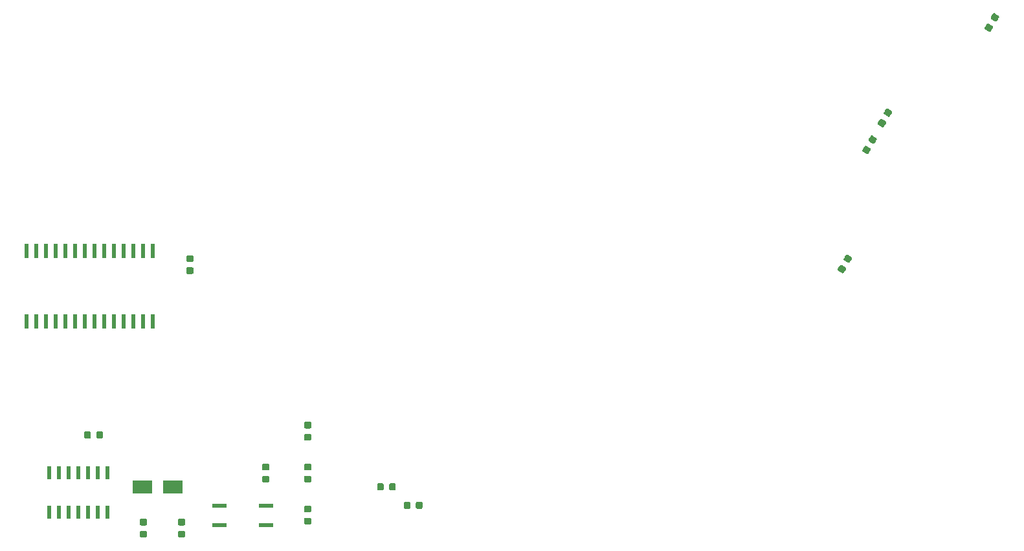
<source format=gbr>
G04 #@! TF.GenerationSoftware,KiCad,Pcbnew,(5.1.5-0-10_14)*
G04 #@! TF.CreationDate,2020-10-18T21:01:40-04:00*
G04 #@! TF.ProjectId,rainboard_newfighter,7261696e-626f-4617-9264-5f6e65776669,rev?*
G04 #@! TF.SameCoordinates,Original*
G04 #@! TF.FileFunction,Paste,Top*
G04 #@! TF.FilePolarity,Positive*
%FSLAX46Y46*%
G04 Gerber Fmt 4.6, Leading zero omitted, Abs format (unit mm)*
G04 Created by KiCad (PCBNEW (5.1.5-0-10_14)) date 2020-10-18 21:01:40*
%MOMM*%
%LPD*%
G04 APERTURE LIST*
%ADD10R,2.500000X1.800000*%
%ADD11C,0.100000*%
%ADD12R,1.930000X0.590000*%
%ADD13R,0.600000X1.900000*%
%ADD14R,0.533400X1.701800*%
G04 APERTURE END LIST*
D10*
X-37100000Y-115800000D03*
X-33100000Y-115800000D03*
D11*
G36*
X-5747309Y-115326053D02*
G01*
X-5726074Y-115329203D01*
X-5705250Y-115334419D01*
X-5685038Y-115341651D01*
X-5665632Y-115350830D01*
X-5647219Y-115361866D01*
X-5629976Y-115374654D01*
X-5614070Y-115389070D01*
X-5599654Y-115404976D01*
X-5586866Y-115422219D01*
X-5575830Y-115440632D01*
X-5566651Y-115460038D01*
X-5559419Y-115480250D01*
X-5554203Y-115501074D01*
X-5551053Y-115522309D01*
X-5550000Y-115543750D01*
X-5550000Y-116056250D01*
X-5551053Y-116077691D01*
X-5554203Y-116098926D01*
X-5559419Y-116119750D01*
X-5566651Y-116139962D01*
X-5575830Y-116159368D01*
X-5586866Y-116177781D01*
X-5599654Y-116195024D01*
X-5614070Y-116210930D01*
X-5629976Y-116225346D01*
X-5647219Y-116238134D01*
X-5665632Y-116249170D01*
X-5685038Y-116258349D01*
X-5705250Y-116265581D01*
X-5726074Y-116270797D01*
X-5747309Y-116273947D01*
X-5768750Y-116275000D01*
X-6206250Y-116275000D01*
X-6227691Y-116273947D01*
X-6248926Y-116270797D01*
X-6269750Y-116265581D01*
X-6289962Y-116258349D01*
X-6309368Y-116249170D01*
X-6327781Y-116238134D01*
X-6345024Y-116225346D01*
X-6360930Y-116210930D01*
X-6375346Y-116195024D01*
X-6388134Y-116177781D01*
X-6399170Y-116159368D01*
X-6408349Y-116139962D01*
X-6415581Y-116119750D01*
X-6420797Y-116098926D01*
X-6423947Y-116077691D01*
X-6425000Y-116056250D01*
X-6425000Y-115543750D01*
X-6423947Y-115522309D01*
X-6420797Y-115501074D01*
X-6415581Y-115480250D01*
X-6408349Y-115460038D01*
X-6399170Y-115440632D01*
X-6388134Y-115422219D01*
X-6375346Y-115404976D01*
X-6360930Y-115389070D01*
X-6345024Y-115374654D01*
X-6327781Y-115361866D01*
X-6309368Y-115350830D01*
X-6289962Y-115341651D01*
X-6269750Y-115334419D01*
X-6248926Y-115329203D01*
X-6227691Y-115326053D01*
X-6206250Y-115325000D01*
X-5768750Y-115325000D01*
X-5747309Y-115326053D01*
G37*
G36*
X-4172309Y-115326053D02*
G01*
X-4151074Y-115329203D01*
X-4130250Y-115334419D01*
X-4110038Y-115341651D01*
X-4090632Y-115350830D01*
X-4072219Y-115361866D01*
X-4054976Y-115374654D01*
X-4039070Y-115389070D01*
X-4024654Y-115404976D01*
X-4011866Y-115422219D01*
X-4000830Y-115440632D01*
X-3991651Y-115460038D01*
X-3984419Y-115480250D01*
X-3979203Y-115501074D01*
X-3976053Y-115522309D01*
X-3975000Y-115543750D01*
X-3975000Y-116056250D01*
X-3976053Y-116077691D01*
X-3979203Y-116098926D01*
X-3984419Y-116119750D01*
X-3991651Y-116139962D01*
X-4000830Y-116159368D01*
X-4011866Y-116177781D01*
X-4024654Y-116195024D01*
X-4039070Y-116210930D01*
X-4054976Y-116225346D01*
X-4072219Y-116238134D01*
X-4090632Y-116249170D01*
X-4110038Y-116258349D01*
X-4130250Y-116265581D01*
X-4151074Y-116270797D01*
X-4172309Y-116273947D01*
X-4193750Y-116275000D01*
X-4631250Y-116275000D01*
X-4652691Y-116273947D01*
X-4673926Y-116270797D01*
X-4694750Y-116265581D01*
X-4714962Y-116258349D01*
X-4734368Y-116249170D01*
X-4752781Y-116238134D01*
X-4770024Y-116225346D01*
X-4785930Y-116210930D01*
X-4800346Y-116195024D01*
X-4813134Y-116177781D01*
X-4824170Y-116159368D01*
X-4833349Y-116139962D01*
X-4840581Y-116119750D01*
X-4845797Y-116098926D01*
X-4848947Y-116077691D01*
X-4850000Y-116056250D01*
X-4850000Y-115543750D01*
X-4848947Y-115522309D01*
X-4845797Y-115501074D01*
X-4840581Y-115480250D01*
X-4833349Y-115460038D01*
X-4824170Y-115440632D01*
X-4813134Y-115422219D01*
X-4800346Y-115404976D01*
X-4785930Y-115389070D01*
X-4770024Y-115374654D01*
X-4752781Y-115361866D01*
X-4734368Y-115350830D01*
X-4714962Y-115341651D01*
X-4694750Y-115334419D01*
X-4673926Y-115329203D01*
X-4652691Y-115326053D01*
X-4631250Y-115325000D01*
X-4193750Y-115325000D01*
X-4172309Y-115326053D01*
G37*
G36*
X-2247309Y-117726053D02*
G01*
X-2226074Y-117729203D01*
X-2205250Y-117734419D01*
X-2185038Y-117741651D01*
X-2165632Y-117750830D01*
X-2147219Y-117761866D01*
X-2129976Y-117774654D01*
X-2114070Y-117789070D01*
X-2099654Y-117804976D01*
X-2086866Y-117822219D01*
X-2075830Y-117840632D01*
X-2066651Y-117860038D01*
X-2059419Y-117880250D01*
X-2054203Y-117901074D01*
X-2051053Y-117922309D01*
X-2050000Y-117943750D01*
X-2050000Y-118456250D01*
X-2051053Y-118477691D01*
X-2054203Y-118498926D01*
X-2059419Y-118519750D01*
X-2066651Y-118539962D01*
X-2075830Y-118559368D01*
X-2086866Y-118577781D01*
X-2099654Y-118595024D01*
X-2114070Y-118610930D01*
X-2129976Y-118625346D01*
X-2147219Y-118638134D01*
X-2165632Y-118649170D01*
X-2185038Y-118658349D01*
X-2205250Y-118665581D01*
X-2226074Y-118670797D01*
X-2247309Y-118673947D01*
X-2268750Y-118675000D01*
X-2706250Y-118675000D01*
X-2727691Y-118673947D01*
X-2748926Y-118670797D01*
X-2769750Y-118665581D01*
X-2789962Y-118658349D01*
X-2809368Y-118649170D01*
X-2827781Y-118638134D01*
X-2845024Y-118625346D01*
X-2860930Y-118610930D01*
X-2875346Y-118595024D01*
X-2888134Y-118577781D01*
X-2899170Y-118559368D01*
X-2908349Y-118539962D01*
X-2915581Y-118519750D01*
X-2920797Y-118498926D01*
X-2923947Y-118477691D01*
X-2925000Y-118456250D01*
X-2925000Y-117943750D01*
X-2923947Y-117922309D01*
X-2920797Y-117901074D01*
X-2915581Y-117880250D01*
X-2908349Y-117860038D01*
X-2899170Y-117840632D01*
X-2888134Y-117822219D01*
X-2875346Y-117804976D01*
X-2860930Y-117789070D01*
X-2845024Y-117774654D01*
X-2827781Y-117761866D01*
X-2809368Y-117750830D01*
X-2789962Y-117741651D01*
X-2769750Y-117734419D01*
X-2748926Y-117729203D01*
X-2727691Y-117726053D01*
X-2706250Y-117725000D01*
X-2268750Y-117725000D01*
X-2247309Y-117726053D01*
G37*
G36*
X-672309Y-117726053D02*
G01*
X-651074Y-117729203D01*
X-630250Y-117734419D01*
X-610038Y-117741651D01*
X-590632Y-117750830D01*
X-572219Y-117761866D01*
X-554976Y-117774654D01*
X-539070Y-117789070D01*
X-524654Y-117804976D01*
X-511866Y-117822219D01*
X-500830Y-117840632D01*
X-491651Y-117860038D01*
X-484419Y-117880250D01*
X-479203Y-117901074D01*
X-476053Y-117922309D01*
X-475000Y-117943750D01*
X-475000Y-118456250D01*
X-476053Y-118477691D01*
X-479203Y-118498926D01*
X-484419Y-118519750D01*
X-491651Y-118539962D01*
X-500830Y-118559368D01*
X-511866Y-118577781D01*
X-524654Y-118595024D01*
X-539070Y-118610930D01*
X-554976Y-118625346D01*
X-572219Y-118638134D01*
X-590632Y-118649170D01*
X-610038Y-118658349D01*
X-630250Y-118665581D01*
X-651074Y-118670797D01*
X-672309Y-118673947D01*
X-693750Y-118675000D01*
X-1131250Y-118675000D01*
X-1152691Y-118673947D01*
X-1173926Y-118670797D01*
X-1194750Y-118665581D01*
X-1214962Y-118658349D01*
X-1234368Y-118649170D01*
X-1252781Y-118638134D01*
X-1270024Y-118625346D01*
X-1285930Y-118610930D01*
X-1300346Y-118595024D01*
X-1313134Y-118577781D01*
X-1324170Y-118559368D01*
X-1333349Y-118539962D01*
X-1340581Y-118519750D01*
X-1345797Y-118498926D01*
X-1348947Y-118477691D01*
X-1350000Y-118456250D01*
X-1350000Y-117943750D01*
X-1348947Y-117922309D01*
X-1345797Y-117901074D01*
X-1340581Y-117880250D01*
X-1333349Y-117860038D01*
X-1324170Y-117840632D01*
X-1313134Y-117822219D01*
X-1300346Y-117804976D01*
X-1285930Y-117789070D01*
X-1270024Y-117774654D01*
X-1252781Y-117761866D01*
X-1234368Y-117750830D01*
X-1214962Y-117741651D01*
X-1194750Y-117734419D01*
X-1173926Y-117729203D01*
X-1152691Y-117726053D01*
X-1131250Y-117725000D01*
X-693750Y-117725000D01*
X-672309Y-117726053D01*
G37*
G36*
X-20722309Y-112776053D02*
G01*
X-20701074Y-112779203D01*
X-20680250Y-112784419D01*
X-20660038Y-112791651D01*
X-20640632Y-112800830D01*
X-20622219Y-112811866D01*
X-20604976Y-112824654D01*
X-20589070Y-112839070D01*
X-20574654Y-112854976D01*
X-20561866Y-112872219D01*
X-20550830Y-112890632D01*
X-20541651Y-112910038D01*
X-20534419Y-112930250D01*
X-20529203Y-112951074D01*
X-20526053Y-112972309D01*
X-20525000Y-112993750D01*
X-20525000Y-113431250D01*
X-20526053Y-113452691D01*
X-20529203Y-113473926D01*
X-20534419Y-113494750D01*
X-20541651Y-113514962D01*
X-20550830Y-113534368D01*
X-20561866Y-113552781D01*
X-20574654Y-113570024D01*
X-20589070Y-113585930D01*
X-20604976Y-113600346D01*
X-20622219Y-113613134D01*
X-20640632Y-113624170D01*
X-20660038Y-113633349D01*
X-20680250Y-113640581D01*
X-20701074Y-113645797D01*
X-20722309Y-113648947D01*
X-20743750Y-113650000D01*
X-21256250Y-113650000D01*
X-21277691Y-113648947D01*
X-21298926Y-113645797D01*
X-21319750Y-113640581D01*
X-21339962Y-113633349D01*
X-21359368Y-113624170D01*
X-21377781Y-113613134D01*
X-21395024Y-113600346D01*
X-21410930Y-113585930D01*
X-21425346Y-113570024D01*
X-21438134Y-113552781D01*
X-21449170Y-113534368D01*
X-21458349Y-113514962D01*
X-21465581Y-113494750D01*
X-21470797Y-113473926D01*
X-21473947Y-113452691D01*
X-21475000Y-113431250D01*
X-21475000Y-112993750D01*
X-21473947Y-112972309D01*
X-21470797Y-112951074D01*
X-21465581Y-112930250D01*
X-21458349Y-112910038D01*
X-21449170Y-112890632D01*
X-21438134Y-112872219D01*
X-21425346Y-112854976D01*
X-21410930Y-112839070D01*
X-21395024Y-112824654D01*
X-21377781Y-112811866D01*
X-21359368Y-112800830D01*
X-21339962Y-112791651D01*
X-21319750Y-112784419D01*
X-21298926Y-112779203D01*
X-21277691Y-112776053D01*
X-21256250Y-112775000D01*
X-20743750Y-112775000D01*
X-20722309Y-112776053D01*
G37*
G36*
X-20722309Y-114351053D02*
G01*
X-20701074Y-114354203D01*
X-20680250Y-114359419D01*
X-20660038Y-114366651D01*
X-20640632Y-114375830D01*
X-20622219Y-114386866D01*
X-20604976Y-114399654D01*
X-20589070Y-114414070D01*
X-20574654Y-114429976D01*
X-20561866Y-114447219D01*
X-20550830Y-114465632D01*
X-20541651Y-114485038D01*
X-20534419Y-114505250D01*
X-20529203Y-114526074D01*
X-20526053Y-114547309D01*
X-20525000Y-114568750D01*
X-20525000Y-115006250D01*
X-20526053Y-115027691D01*
X-20529203Y-115048926D01*
X-20534419Y-115069750D01*
X-20541651Y-115089962D01*
X-20550830Y-115109368D01*
X-20561866Y-115127781D01*
X-20574654Y-115145024D01*
X-20589070Y-115160930D01*
X-20604976Y-115175346D01*
X-20622219Y-115188134D01*
X-20640632Y-115199170D01*
X-20660038Y-115208349D01*
X-20680250Y-115215581D01*
X-20701074Y-115220797D01*
X-20722309Y-115223947D01*
X-20743750Y-115225000D01*
X-21256250Y-115225000D01*
X-21277691Y-115223947D01*
X-21298926Y-115220797D01*
X-21319750Y-115215581D01*
X-21339962Y-115208349D01*
X-21359368Y-115199170D01*
X-21377781Y-115188134D01*
X-21395024Y-115175346D01*
X-21410930Y-115160930D01*
X-21425346Y-115145024D01*
X-21438134Y-115127781D01*
X-21449170Y-115109368D01*
X-21458349Y-115089962D01*
X-21465581Y-115069750D01*
X-21470797Y-115048926D01*
X-21473947Y-115027691D01*
X-21475000Y-115006250D01*
X-21475000Y-114568750D01*
X-21473947Y-114547309D01*
X-21470797Y-114526074D01*
X-21465581Y-114505250D01*
X-21458349Y-114485038D01*
X-21449170Y-114465632D01*
X-21438134Y-114447219D01*
X-21425346Y-114429976D01*
X-21410930Y-114414070D01*
X-21395024Y-114399654D01*
X-21377781Y-114386866D01*
X-21359368Y-114375830D01*
X-21339962Y-114366651D01*
X-21319750Y-114359419D01*
X-21298926Y-114354203D01*
X-21277691Y-114351053D01*
X-21256250Y-114350000D01*
X-20743750Y-114350000D01*
X-20722309Y-114351053D01*
G37*
D12*
X-20960000Y-118230000D03*
X-20960000Y-120770000D03*
X-27040000Y-120770000D03*
X-27040000Y-118230000D03*
D11*
G36*
X-15222309Y-118276053D02*
G01*
X-15201074Y-118279203D01*
X-15180250Y-118284419D01*
X-15160038Y-118291651D01*
X-15140632Y-118300830D01*
X-15122219Y-118311866D01*
X-15104976Y-118324654D01*
X-15089070Y-118339070D01*
X-15074654Y-118354976D01*
X-15061866Y-118372219D01*
X-15050830Y-118390632D01*
X-15041651Y-118410038D01*
X-15034419Y-118430250D01*
X-15029203Y-118451074D01*
X-15026053Y-118472309D01*
X-15025000Y-118493750D01*
X-15025000Y-118931250D01*
X-15026053Y-118952691D01*
X-15029203Y-118973926D01*
X-15034419Y-118994750D01*
X-15041651Y-119014962D01*
X-15050830Y-119034368D01*
X-15061866Y-119052781D01*
X-15074654Y-119070024D01*
X-15089070Y-119085930D01*
X-15104976Y-119100346D01*
X-15122219Y-119113134D01*
X-15140632Y-119124170D01*
X-15160038Y-119133349D01*
X-15180250Y-119140581D01*
X-15201074Y-119145797D01*
X-15222309Y-119148947D01*
X-15243750Y-119150000D01*
X-15756250Y-119150000D01*
X-15777691Y-119148947D01*
X-15798926Y-119145797D01*
X-15819750Y-119140581D01*
X-15839962Y-119133349D01*
X-15859368Y-119124170D01*
X-15877781Y-119113134D01*
X-15895024Y-119100346D01*
X-15910930Y-119085930D01*
X-15925346Y-119070024D01*
X-15938134Y-119052781D01*
X-15949170Y-119034368D01*
X-15958349Y-119014962D01*
X-15965581Y-118994750D01*
X-15970797Y-118973926D01*
X-15973947Y-118952691D01*
X-15975000Y-118931250D01*
X-15975000Y-118493750D01*
X-15973947Y-118472309D01*
X-15970797Y-118451074D01*
X-15965581Y-118430250D01*
X-15958349Y-118410038D01*
X-15949170Y-118390632D01*
X-15938134Y-118372219D01*
X-15925346Y-118354976D01*
X-15910930Y-118339070D01*
X-15895024Y-118324654D01*
X-15877781Y-118311866D01*
X-15859368Y-118300830D01*
X-15839962Y-118291651D01*
X-15819750Y-118284419D01*
X-15798926Y-118279203D01*
X-15777691Y-118276053D01*
X-15756250Y-118275000D01*
X-15243750Y-118275000D01*
X-15222309Y-118276053D01*
G37*
G36*
X-15222309Y-119851053D02*
G01*
X-15201074Y-119854203D01*
X-15180250Y-119859419D01*
X-15160038Y-119866651D01*
X-15140632Y-119875830D01*
X-15122219Y-119886866D01*
X-15104976Y-119899654D01*
X-15089070Y-119914070D01*
X-15074654Y-119929976D01*
X-15061866Y-119947219D01*
X-15050830Y-119965632D01*
X-15041651Y-119985038D01*
X-15034419Y-120005250D01*
X-15029203Y-120026074D01*
X-15026053Y-120047309D01*
X-15025000Y-120068750D01*
X-15025000Y-120506250D01*
X-15026053Y-120527691D01*
X-15029203Y-120548926D01*
X-15034419Y-120569750D01*
X-15041651Y-120589962D01*
X-15050830Y-120609368D01*
X-15061866Y-120627781D01*
X-15074654Y-120645024D01*
X-15089070Y-120660930D01*
X-15104976Y-120675346D01*
X-15122219Y-120688134D01*
X-15140632Y-120699170D01*
X-15160038Y-120708349D01*
X-15180250Y-120715581D01*
X-15201074Y-120720797D01*
X-15222309Y-120723947D01*
X-15243750Y-120725000D01*
X-15756250Y-120725000D01*
X-15777691Y-120723947D01*
X-15798926Y-120720797D01*
X-15819750Y-120715581D01*
X-15839962Y-120708349D01*
X-15859368Y-120699170D01*
X-15877781Y-120688134D01*
X-15895024Y-120675346D01*
X-15910930Y-120660930D01*
X-15925346Y-120645024D01*
X-15938134Y-120627781D01*
X-15949170Y-120609368D01*
X-15958349Y-120589962D01*
X-15965581Y-120569750D01*
X-15970797Y-120548926D01*
X-15973947Y-120527691D01*
X-15975000Y-120506250D01*
X-15975000Y-120068750D01*
X-15973947Y-120047309D01*
X-15970797Y-120026074D01*
X-15965581Y-120005250D01*
X-15958349Y-119985038D01*
X-15949170Y-119965632D01*
X-15938134Y-119947219D01*
X-15925346Y-119929976D01*
X-15910930Y-119914070D01*
X-15895024Y-119899654D01*
X-15877781Y-119886866D01*
X-15859368Y-119875830D01*
X-15839962Y-119866651D01*
X-15819750Y-119859419D01*
X-15798926Y-119854203D01*
X-15777691Y-119851053D01*
X-15756250Y-119850000D01*
X-15243750Y-119850000D01*
X-15222309Y-119851053D01*
G37*
D13*
X-52255000Y-84895000D03*
X-50985000Y-84895000D03*
X-49715000Y-84895000D03*
X-48445000Y-84895000D03*
X-47175000Y-84895000D03*
X-45905000Y-84895000D03*
X-44635000Y-84895000D03*
X-43365000Y-84895000D03*
X-42095000Y-84895000D03*
X-40825000Y-84895000D03*
X-39555000Y-84895000D03*
X-38285000Y-84895000D03*
X-37015000Y-84895000D03*
X-35745000Y-84895000D03*
X-35745000Y-94105000D03*
X-37015000Y-94105000D03*
X-38285000Y-94105000D03*
X-39555000Y-94105000D03*
X-40825000Y-94105000D03*
X-42095000Y-94105000D03*
X-43365000Y-94105000D03*
X-44635000Y-94105000D03*
X-45905000Y-94105000D03*
X-47175000Y-94105000D03*
X-48445000Y-94105000D03*
X-49715000Y-94105000D03*
X-50985000Y-94105000D03*
X-52255000Y-94105000D03*
D11*
G36*
X-15222309Y-114351053D02*
G01*
X-15201074Y-114354203D01*
X-15180250Y-114359419D01*
X-15160038Y-114366651D01*
X-15140632Y-114375830D01*
X-15122219Y-114386866D01*
X-15104976Y-114399654D01*
X-15089070Y-114414070D01*
X-15074654Y-114429976D01*
X-15061866Y-114447219D01*
X-15050830Y-114465632D01*
X-15041651Y-114485038D01*
X-15034419Y-114505250D01*
X-15029203Y-114526074D01*
X-15026053Y-114547309D01*
X-15025000Y-114568750D01*
X-15025000Y-115006250D01*
X-15026053Y-115027691D01*
X-15029203Y-115048926D01*
X-15034419Y-115069750D01*
X-15041651Y-115089962D01*
X-15050830Y-115109368D01*
X-15061866Y-115127781D01*
X-15074654Y-115145024D01*
X-15089070Y-115160930D01*
X-15104976Y-115175346D01*
X-15122219Y-115188134D01*
X-15140632Y-115199170D01*
X-15160038Y-115208349D01*
X-15180250Y-115215581D01*
X-15201074Y-115220797D01*
X-15222309Y-115223947D01*
X-15243750Y-115225000D01*
X-15756250Y-115225000D01*
X-15777691Y-115223947D01*
X-15798926Y-115220797D01*
X-15819750Y-115215581D01*
X-15839962Y-115208349D01*
X-15859368Y-115199170D01*
X-15877781Y-115188134D01*
X-15895024Y-115175346D01*
X-15910930Y-115160930D01*
X-15925346Y-115145024D01*
X-15938134Y-115127781D01*
X-15949170Y-115109368D01*
X-15958349Y-115089962D01*
X-15965581Y-115069750D01*
X-15970797Y-115048926D01*
X-15973947Y-115027691D01*
X-15975000Y-115006250D01*
X-15975000Y-114568750D01*
X-15973947Y-114547309D01*
X-15970797Y-114526074D01*
X-15965581Y-114505250D01*
X-15958349Y-114485038D01*
X-15949170Y-114465632D01*
X-15938134Y-114447219D01*
X-15925346Y-114429976D01*
X-15910930Y-114414070D01*
X-15895024Y-114399654D01*
X-15877781Y-114386866D01*
X-15859368Y-114375830D01*
X-15839962Y-114366651D01*
X-15819750Y-114359419D01*
X-15798926Y-114354203D01*
X-15777691Y-114351053D01*
X-15756250Y-114350000D01*
X-15243750Y-114350000D01*
X-15222309Y-114351053D01*
G37*
G36*
X-15222309Y-112776053D02*
G01*
X-15201074Y-112779203D01*
X-15180250Y-112784419D01*
X-15160038Y-112791651D01*
X-15140632Y-112800830D01*
X-15122219Y-112811866D01*
X-15104976Y-112824654D01*
X-15089070Y-112839070D01*
X-15074654Y-112854976D01*
X-15061866Y-112872219D01*
X-15050830Y-112890632D01*
X-15041651Y-112910038D01*
X-15034419Y-112930250D01*
X-15029203Y-112951074D01*
X-15026053Y-112972309D01*
X-15025000Y-112993750D01*
X-15025000Y-113431250D01*
X-15026053Y-113452691D01*
X-15029203Y-113473926D01*
X-15034419Y-113494750D01*
X-15041651Y-113514962D01*
X-15050830Y-113534368D01*
X-15061866Y-113552781D01*
X-15074654Y-113570024D01*
X-15089070Y-113585930D01*
X-15104976Y-113600346D01*
X-15122219Y-113613134D01*
X-15140632Y-113624170D01*
X-15160038Y-113633349D01*
X-15180250Y-113640581D01*
X-15201074Y-113645797D01*
X-15222309Y-113648947D01*
X-15243750Y-113650000D01*
X-15756250Y-113650000D01*
X-15777691Y-113648947D01*
X-15798926Y-113645797D01*
X-15819750Y-113640581D01*
X-15839962Y-113633349D01*
X-15859368Y-113624170D01*
X-15877781Y-113613134D01*
X-15895024Y-113600346D01*
X-15910930Y-113585930D01*
X-15925346Y-113570024D01*
X-15938134Y-113552781D01*
X-15949170Y-113534368D01*
X-15958349Y-113514962D01*
X-15965581Y-113494750D01*
X-15970797Y-113473926D01*
X-15973947Y-113452691D01*
X-15975000Y-113431250D01*
X-15975000Y-112993750D01*
X-15973947Y-112972309D01*
X-15970797Y-112951074D01*
X-15965581Y-112930250D01*
X-15958349Y-112910038D01*
X-15949170Y-112890632D01*
X-15938134Y-112872219D01*
X-15925346Y-112854976D01*
X-15910930Y-112839070D01*
X-15895024Y-112824654D01*
X-15877781Y-112811866D01*
X-15859368Y-112800830D01*
X-15839962Y-112791651D01*
X-15819750Y-112784419D01*
X-15798926Y-112779203D01*
X-15777691Y-112776053D01*
X-15756250Y-112775000D01*
X-15243750Y-112775000D01*
X-15222309Y-112776053D01*
G37*
D14*
X-41690000Y-119090800D03*
X-42960000Y-119090800D03*
X-44230000Y-119090800D03*
X-45500000Y-119090800D03*
X-46770000Y-119090800D03*
X-48040000Y-119090800D03*
X-49310000Y-119090800D03*
X-49310000Y-113909200D03*
X-48040000Y-113909200D03*
X-46770000Y-113909200D03*
X-45500000Y-113909200D03*
X-44230000Y-113909200D03*
X-42960000Y-113909200D03*
X-41690000Y-113909200D03*
D11*
G36*
X-36722309Y-119976053D02*
G01*
X-36701074Y-119979203D01*
X-36680250Y-119984419D01*
X-36660038Y-119991651D01*
X-36640632Y-120000830D01*
X-36622219Y-120011866D01*
X-36604976Y-120024654D01*
X-36589070Y-120039070D01*
X-36574654Y-120054976D01*
X-36561866Y-120072219D01*
X-36550830Y-120090632D01*
X-36541651Y-120110038D01*
X-36534419Y-120130250D01*
X-36529203Y-120151074D01*
X-36526053Y-120172309D01*
X-36525000Y-120193750D01*
X-36525000Y-120631250D01*
X-36526053Y-120652691D01*
X-36529203Y-120673926D01*
X-36534419Y-120694750D01*
X-36541651Y-120714962D01*
X-36550830Y-120734368D01*
X-36561866Y-120752781D01*
X-36574654Y-120770024D01*
X-36589070Y-120785930D01*
X-36604976Y-120800346D01*
X-36622219Y-120813134D01*
X-36640632Y-120824170D01*
X-36660038Y-120833349D01*
X-36680250Y-120840581D01*
X-36701074Y-120845797D01*
X-36722309Y-120848947D01*
X-36743750Y-120850000D01*
X-37256250Y-120850000D01*
X-37277691Y-120848947D01*
X-37298926Y-120845797D01*
X-37319750Y-120840581D01*
X-37339962Y-120833349D01*
X-37359368Y-120824170D01*
X-37377781Y-120813134D01*
X-37395024Y-120800346D01*
X-37410930Y-120785930D01*
X-37425346Y-120770024D01*
X-37438134Y-120752781D01*
X-37449170Y-120734368D01*
X-37458349Y-120714962D01*
X-37465581Y-120694750D01*
X-37470797Y-120673926D01*
X-37473947Y-120652691D01*
X-37475000Y-120631250D01*
X-37475000Y-120193750D01*
X-37473947Y-120172309D01*
X-37470797Y-120151074D01*
X-37465581Y-120130250D01*
X-37458349Y-120110038D01*
X-37449170Y-120090632D01*
X-37438134Y-120072219D01*
X-37425346Y-120054976D01*
X-37410930Y-120039070D01*
X-37395024Y-120024654D01*
X-37377781Y-120011866D01*
X-37359368Y-120000830D01*
X-37339962Y-119991651D01*
X-37319750Y-119984419D01*
X-37298926Y-119979203D01*
X-37277691Y-119976053D01*
X-37256250Y-119975000D01*
X-36743750Y-119975000D01*
X-36722309Y-119976053D01*
G37*
G36*
X-36722309Y-121551053D02*
G01*
X-36701074Y-121554203D01*
X-36680250Y-121559419D01*
X-36660038Y-121566651D01*
X-36640632Y-121575830D01*
X-36622219Y-121586866D01*
X-36604976Y-121599654D01*
X-36589070Y-121614070D01*
X-36574654Y-121629976D01*
X-36561866Y-121647219D01*
X-36550830Y-121665632D01*
X-36541651Y-121685038D01*
X-36534419Y-121705250D01*
X-36529203Y-121726074D01*
X-36526053Y-121747309D01*
X-36525000Y-121768750D01*
X-36525000Y-122206250D01*
X-36526053Y-122227691D01*
X-36529203Y-122248926D01*
X-36534419Y-122269750D01*
X-36541651Y-122289962D01*
X-36550830Y-122309368D01*
X-36561866Y-122327781D01*
X-36574654Y-122345024D01*
X-36589070Y-122360930D01*
X-36604976Y-122375346D01*
X-36622219Y-122388134D01*
X-36640632Y-122399170D01*
X-36660038Y-122408349D01*
X-36680250Y-122415581D01*
X-36701074Y-122420797D01*
X-36722309Y-122423947D01*
X-36743750Y-122425000D01*
X-37256250Y-122425000D01*
X-37277691Y-122423947D01*
X-37298926Y-122420797D01*
X-37319750Y-122415581D01*
X-37339962Y-122408349D01*
X-37359368Y-122399170D01*
X-37377781Y-122388134D01*
X-37395024Y-122375346D01*
X-37410930Y-122360930D01*
X-37425346Y-122345024D01*
X-37438134Y-122327781D01*
X-37449170Y-122309368D01*
X-37458349Y-122289962D01*
X-37465581Y-122269750D01*
X-37470797Y-122248926D01*
X-37473947Y-122227691D01*
X-37475000Y-122206250D01*
X-37475000Y-121768750D01*
X-37473947Y-121747309D01*
X-37470797Y-121726074D01*
X-37465581Y-121705250D01*
X-37458349Y-121685038D01*
X-37449170Y-121665632D01*
X-37438134Y-121647219D01*
X-37425346Y-121629976D01*
X-37410930Y-121614070D01*
X-37395024Y-121599654D01*
X-37377781Y-121586866D01*
X-37359368Y-121575830D01*
X-37339962Y-121566651D01*
X-37319750Y-121559419D01*
X-37298926Y-121554203D01*
X-37277691Y-121551053D01*
X-37256250Y-121550000D01*
X-36743750Y-121550000D01*
X-36722309Y-121551053D01*
G37*
G36*
X-44047309Y-108526053D02*
G01*
X-44026074Y-108529203D01*
X-44005250Y-108534419D01*
X-43985038Y-108541651D01*
X-43965632Y-108550830D01*
X-43947219Y-108561866D01*
X-43929976Y-108574654D01*
X-43914070Y-108589070D01*
X-43899654Y-108604976D01*
X-43886866Y-108622219D01*
X-43875830Y-108640632D01*
X-43866651Y-108660038D01*
X-43859419Y-108680250D01*
X-43854203Y-108701074D01*
X-43851053Y-108722309D01*
X-43850000Y-108743750D01*
X-43850000Y-109256250D01*
X-43851053Y-109277691D01*
X-43854203Y-109298926D01*
X-43859419Y-109319750D01*
X-43866651Y-109339962D01*
X-43875830Y-109359368D01*
X-43886866Y-109377781D01*
X-43899654Y-109395024D01*
X-43914070Y-109410930D01*
X-43929976Y-109425346D01*
X-43947219Y-109438134D01*
X-43965632Y-109449170D01*
X-43985038Y-109458349D01*
X-44005250Y-109465581D01*
X-44026074Y-109470797D01*
X-44047309Y-109473947D01*
X-44068750Y-109475000D01*
X-44506250Y-109475000D01*
X-44527691Y-109473947D01*
X-44548926Y-109470797D01*
X-44569750Y-109465581D01*
X-44589962Y-109458349D01*
X-44609368Y-109449170D01*
X-44627781Y-109438134D01*
X-44645024Y-109425346D01*
X-44660930Y-109410930D01*
X-44675346Y-109395024D01*
X-44688134Y-109377781D01*
X-44699170Y-109359368D01*
X-44708349Y-109339962D01*
X-44715581Y-109319750D01*
X-44720797Y-109298926D01*
X-44723947Y-109277691D01*
X-44725000Y-109256250D01*
X-44725000Y-108743750D01*
X-44723947Y-108722309D01*
X-44720797Y-108701074D01*
X-44715581Y-108680250D01*
X-44708349Y-108660038D01*
X-44699170Y-108640632D01*
X-44688134Y-108622219D01*
X-44675346Y-108604976D01*
X-44660930Y-108589070D01*
X-44645024Y-108574654D01*
X-44627781Y-108561866D01*
X-44609368Y-108550830D01*
X-44589962Y-108541651D01*
X-44569750Y-108534419D01*
X-44548926Y-108529203D01*
X-44527691Y-108526053D01*
X-44506250Y-108525000D01*
X-44068750Y-108525000D01*
X-44047309Y-108526053D01*
G37*
G36*
X-42472309Y-108526053D02*
G01*
X-42451074Y-108529203D01*
X-42430250Y-108534419D01*
X-42410038Y-108541651D01*
X-42390632Y-108550830D01*
X-42372219Y-108561866D01*
X-42354976Y-108574654D01*
X-42339070Y-108589070D01*
X-42324654Y-108604976D01*
X-42311866Y-108622219D01*
X-42300830Y-108640632D01*
X-42291651Y-108660038D01*
X-42284419Y-108680250D01*
X-42279203Y-108701074D01*
X-42276053Y-108722309D01*
X-42275000Y-108743750D01*
X-42275000Y-109256250D01*
X-42276053Y-109277691D01*
X-42279203Y-109298926D01*
X-42284419Y-109319750D01*
X-42291651Y-109339962D01*
X-42300830Y-109359368D01*
X-42311866Y-109377781D01*
X-42324654Y-109395024D01*
X-42339070Y-109410930D01*
X-42354976Y-109425346D01*
X-42372219Y-109438134D01*
X-42390632Y-109449170D01*
X-42410038Y-109458349D01*
X-42430250Y-109465581D01*
X-42451074Y-109470797D01*
X-42472309Y-109473947D01*
X-42493750Y-109475000D01*
X-42931250Y-109475000D01*
X-42952691Y-109473947D01*
X-42973926Y-109470797D01*
X-42994750Y-109465581D01*
X-43014962Y-109458349D01*
X-43034368Y-109449170D01*
X-43052781Y-109438134D01*
X-43070024Y-109425346D01*
X-43085930Y-109410930D01*
X-43100346Y-109395024D01*
X-43113134Y-109377781D01*
X-43124170Y-109359368D01*
X-43133349Y-109339962D01*
X-43140581Y-109319750D01*
X-43145797Y-109298926D01*
X-43148947Y-109277691D01*
X-43150000Y-109256250D01*
X-43150000Y-108743750D01*
X-43148947Y-108722309D01*
X-43145797Y-108701074D01*
X-43140581Y-108680250D01*
X-43133349Y-108660038D01*
X-43124170Y-108640632D01*
X-43113134Y-108622219D01*
X-43100346Y-108604976D01*
X-43085930Y-108589070D01*
X-43070024Y-108574654D01*
X-43052781Y-108561866D01*
X-43034368Y-108550830D01*
X-43014962Y-108541651D01*
X-42994750Y-108534419D01*
X-42973926Y-108529203D01*
X-42952691Y-108526053D01*
X-42931250Y-108525000D01*
X-42493750Y-108525000D01*
X-42472309Y-108526053D01*
G37*
G36*
X-31722309Y-119976053D02*
G01*
X-31701074Y-119979203D01*
X-31680250Y-119984419D01*
X-31660038Y-119991651D01*
X-31640632Y-120000830D01*
X-31622219Y-120011866D01*
X-31604976Y-120024654D01*
X-31589070Y-120039070D01*
X-31574654Y-120054976D01*
X-31561866Y-120072219D01*
X-31550830Y-120090632D01*
X-31541651Y-120110038D01*
X-31534419Y-120130250D01*
X-31529203Y-120151074D01*
X-31526053Y-120172309D01*
X-31525000Y-120193750D01*
X-31525000Y-120631250D01*
X-31526053Y-120652691D01*
X-31529203Y-120673926D01*
X-31534419Y-120694750D01*
X-31541651Y-120714962D01*
X-31550830Y-120734368D01*
X-31561866Y-120752781D01*
X-31574654Y-120770024D01*
X-31589070Y-120785930D01*
X-31604976Y-120800346D01*
X-31622219Y-120813134D01*
X-31640632Y-120824170D01*
X-31660038Y-120833349D01*
X-31680250Y-120840581D01*
X-31701074Y-120845797D01*
X-31722309Y-120848947D01*
X-31743750Y-120850000D01*
X-32256250Y-120850000D01*
X-32277691Y-120848947D01*
X-32298926Y-120845797D01*
X-32319750Y-120840581D01*
X-32339962Y-120833349D01*
X-32359368Y-120824170D01*
X-32377781Y-120813134D01*
X-32395024Y-120800346D01*
X-32410930Y-120785930D01*
X-32425346Y-120770024D01*
X-32438134Y-120752781D01*
X-32449170Y-120734368D01*
X-32458349Y-120714962D01*
X-32465581Y-120694750D01*
X-32470797Y-120673926D01*
X-32473947Y-120652691D01*
X-32475000Y-120631250D01*
X-32475000Y-120193750D01*
X-32473947Y-120172309D01*
X-32470797Y-120151074D01*
X-32465581Y-120130250D01*
X-32458349Y-120110038D01*
X-32449170Y-120090632D01*
X-32438134Y-120072219D01*
X-32425346Y-120054976D01*
X-32410930Y-120039070D01*
X-32395024Y-120024654D01*
X-32377781Y-120011866D01*
X-32359368Y-120000830D01*
X-32339962Y-119991651D01*
X-32319750Y-119984419D01*
X-32298926Y-119979203D01*
X-32277691Y-119976053D01*
X-32256250Y-119975000D01*
X-31743750Y-119975000D01*
X-31722309Y-119976053D01*
G37*
G36*
X-31722309Y-121551053D02*
G01*
X-31701074Y-121554203D01*
X-31680250Y-121559419D01*
X-31660038Y-121566651D01*
X-31640632Y-121575830D01*
X-31622219Y-121586866D01*
X-31604976Y-121599654D01*
X-31589070Y-121614070D01*
X-31574654Y-121629976D01*
X-31561866Y-121647219D01*
X-31550830Y-121665632D01*
X-31541651Y-121685038D01*
X-31534419Y-121705250D01*
X-31529203Y-121726074D01*
X-31526053Y-121747309D01*
X-31525000Y-121768750D01*
X-31525000Y-122206250D01*
X-31526053Y-122227691D01*
X-31529203Y-122248926D01*
X-31534419Y-122269750D01*
X-31541651Y-122289962D01*
X-31550830Y-122309368D01*
X-31561866Y-122327781D01*
X-31574654Y-122345024D01*
X-31589070Y-122360930D01*
X-31604976Y-122375346D01*
X-31622219Y-122388134D01*
X-31640632Y-122399170D01*
X-31660038Y-122408349D01*
X-31680250Y-122415581D01*
X-31701074Y-122420797D01*
X-31722309Y-122423947D01*
X-31743750Y-122425000D01*
X-32256250Y-122425000D01*
X-32277691Y-122423947D01*
X-32298926Y-122420797D01*
X-32319750Y-122415581D01*
X-32339962Y-122408349D01*
X-32359368Y-122399170D01*
X-32377781Y-122388134D01*
X-32395024Y-122375346D01*
X-32410930Y-122360930D01*
X-32425346Y-122345024D01*
X-32438134Y-122327781D01*
X-32449170Y-122309368D01*
X-32458349Y-122289962D01*
X-32465581Y-122269750D01*
X-32470797Y-122248926D01*
X-32473947Y-122227691D01*
X-32475000Y-122206250D01*
X-32475000Y-121768750D01*
X-32473947Y-121747309D01*
X-32470797Y-121726074D01*
X-32465581Y-121705250D01*
X-32458349Y-121685038D01*
X-32449170Y-121665632D01*
X-32438134Y-121647219D01*
X-32425346Y-121629976D01*
X-32410930Y-121614070D01*
X-32395024Y-121599654D01*
X-32377781Y-121586866D01*
X-32359368Y-121575830D01*
X-32339962Y-121566651D01*
X-32319750Y-121559419D01*
X-32298926Y-121554203D01*
X-32277691Y-121551053D01*
X-32256250Y-121550000D01*
X-31743750Y-121550000D01*
X-31722309Y-121551053D01*
G37*
G36*
X57522259Y-71147548D02*
G01*
X57543379Y-71151391D01*
X57564021Y-71157286D01*
X57583986Y-71165176D01*
X57603081Y-71174984D01*
X58046919Y-71431234D01*
X58064961Y-71442867D01*
X58081776Y-71456212D01*
X58097202Y-71471141D01*
X58111090Y-71487510D01*
X58123307Y-71505162D01*
X58133735Y-71523926D01*
X58142273Y-71543622D01*
X58148840Y-71564060D01*
X58153372Y-71585044D01*
X58155826Y-71606370D01*
X58156177Y-71627834D01*
X58154423Y-71649230D01*
X58150580Y-71670350D01*
X58144685Y-71690992D01*
X58136795Y-71710957D01*
X58126987Y-71730052D01*
X57908237Y-72108938D01*
X57896604Y-72126980D01*
X57883259Y-72143795D01*
X57868330Y-72159221D01*
X57851961Y-72173109D01*
X57834309Y-72185326D01*
X57815545Y-72195754D01*
X57795849Y-72204292D01*
X57775411Y-72210859D01*
X57754427Y-72215391D01*
X57733101Y-72217845D01*
X57711637Y-72218196D01*
X57690241Y-72216442D01*
X57669121Y-72212599D01*
X57648479Y-72206704D01*
X57628514Y-72198814D01*
X57609419Y-72189006D01*
X57165581Y-71932756D01*
X57147539Y-71921123D01*
X57130724Y-71907778D01*
X57115298Y-71892849D01*
X57101410Y-71876480D01*
X57089193Y-71858828D01*
X57078765Y-71840064D01*
X57070227Y-71820368D01*
X57063660Y-71799930D01*
X57059128Y-71778946D01*
X57056674Y-71757620D01*
X57056323Y-71736156D01*
X57058077Y-71714760D01*
X57061920Y-71693640D01*
X57067815Y-71672998D01*
X57075705Y-71653033D01*
X57085513Y-71633938D01*
X57304263Y-71255052D01*
X57315896Y-71237010D01*
X57329241Y-71220195D01*
X57344170Y-71204769D01*
X57360539Y-71190881D01*
X57378191Y-71178664D01*
X57396955Y-71168236D01*
X57416651Y-71159698D01*
X57437089Y-71153131D01*
X57458073Y-71148599D01*
X57479399Y-71146145D01*
X57500863Y-71145794D01*
X57522259Y-71147548D01*
G37*
G36*
X58309759Y-69783558D02*
G01*
X58330879Y-69787401D01*
X58351521Y-69793296D01*
X58371486Y-69801186D01*
X58390581Y-69810994D01*
X58834419Y-70067244D01*
X58852461Y-70078877D01*
X58869276Y-70092222D01*
X58884702Y-70107151D01*
X58898590Y-70123520D01*
X58910807Y-70141172D01*
X58921235Y-70159936D01*
X58929773Y-70179632D01*
X58936340Y-70200070D01*
X58940872Y-70221054D01*
X58943326Y-70242380D01*
X58943677Y-70263844D01*
X58941923Y-70285240D01*
X58938080Y-70306360D01*
X58932185Y-70327002D01*
X58924295Y-70346967D01*
X58914487Y-70366062D01*
X58695737Y-70744948D01*
X58684104Y-70762990D01*
X58670759Y-70779805D01*
X58655830Y-70795231D01*
X58639461Y-70809119D01*
X58621809Y-70821336D01*
X58603045Y-70831764D01*
X58583349Y-70840302D01*
X58562911Y-70846869D01*
X58541927Y-70851401D01*
X58520601Y-70853855D01*
X58499137Y-70854206D01*
X58477741Y-70852452D01*
X58456621Y-70848609D01*
X58435979Y-70842714D01*
X58416014Y-70834824D01*
X58396919Y-70825016D01*
X57953081Y-70568766D01*
X57935039Y-70557133D01*
X57918224Y-70543788D01*
X57902798Y-70528859D01*
X57888910Y-70512490D01*
X57876693Y-70494838D01*
X57866265Y-70476074D01*
X57857727Y-70456378D01*
X57851160Y-70435940D01*
X57846628Y-70414956D01*
X57844174Y-70393630D01*
X57843823Y-70372166D01*
X57845577Y-70350770D01*
X57849420Y-70329650D01*
X57855315Y-70309008D01*
X57863205Y-70289043D01*
X57873013Y-70269948D01*
X58091763Y-69891062D01*
X58103396Y-69873020D01*
X58116741Y-69856205D01*
X58131670Y-69840779D01*
X58148039Y-69826891D01*
X58165691Y-69814674D01*
X58184455Y-69804246D01*
X58204151Y-69795708D01*
X58224589Y-69789141D01*
X58245573Y-69784609D01*
X58266899Y-69782155D01*
X58288363Y-69781804D01*
X58309759Y-69783558D01*
G37*
G36*
X60309759Y-66283558D02*
G01*
X60330879Y-66287401D01*
X60351521Y-66293296D01*
X60371486Y-66301186D01*
X60390581Y-66310994D01*
X60834419Y-66567244D01*
X60852461Y-66578877D01*
X60869276Y-66592222D01*
X60884702Y-66607151D01*
X60898590Y-66623520D01*
X60910807Y-66641172D01*
X60921235Y-66659936D01*
X60929773Y-66679632D01*
X60936340Y-66700070D01*
X60940872Y-66721054D01*
X60943326Y-66742380D01*
X60943677Y-66763844D01*
X60941923Y-66785240D01*
X60938080Y-66806360D01*
X60932185Y-66827002D01*
X60924295Y-66846967D01*
X60914487Y-66866062D01*
X60695737Y-67244948D01*
X60684104Y-67262990D01*
X60670759Y-67279805D01*
X60655830Y-67295231D01*
X60639461Y-67309119D01*
X60621809Y-67321336D01*
X60603045Y-67331764D01*
X60583349Y-67340302D01*
X60562911Y-67346869D01*
X60541927Y-67351401D01*
X60520601Y-67353855D01*
X60499137Y-67354206D01*
X60477741Y-67352452D01*
X60456621Y-67348609D01*
X60435979Y-67342714D01*
X60416014Y-67334824D01*
X60396919Y-67325016D01*
X59953081Y-67068766D01*
X59935039Y-67057133D01*
X59918224Y-67043788D01*
X59902798Y-67028859D01*
X59888910Y-67012490D01*
X59876693Y-66994838D01*
X59866265Y-66976074D01*
X59857727Y-66956378D01*
X59851160Y-66935940D01*
X59846628Y-66914956D01*
X59844174Y-66893630D01*
X59843823Y-66872166D01*
X59845577Y-66850770D01*
X59849420Y-66829650D01*
X59855315Y-66809008D01*
X59863205Y-66789043D01*
X59873013Y-66769948D01*
X60091763Y-66391062D01*
X60103396Y-66373020D01*
X60116741Y-66356205D01*
X60131670Y-66340779D01*
X60148039Y-66326891D01*
X60165691Y-66314674D01*
X60184455Y-66304246D01*
X60204151Y-66295708D01*
X60224589Y-66289141D01*
X60245573Y-66284609D01*
X60266899Y-66282155D01*
X60288363Y-66281804D01*
X60309759Y-66283558D01*
G37*
G36*
X59522259Y-67647548D02*
G01*
X59543379Y-67651391D01*
X59564021Y-67657286D01*
X59583986Y-67665176D01*
X59603081Y-67674984D01*
X60046919Y-67931234D01*
X60064961Y-67942867D01*
X60081776Y-67956212D01*
X60097202Y-67971141D01*
X60111090Y-67987510D01*
X60123307Y-68005162D01*
X60133735Y-68023926D01*
X60142273Y-68043622D01*
X60148840Y-68064060D01*
X60153372Y-68085044D01*
X60155826Y-68106370D01*
X60156177Y-68127834D01*
X60154423Y-68149230D01*
X60150580Y-68170350D01*
X60144685Y-68190992D01*
X60136795Y-68210957D01*
X60126987Y-68230052D01*
X59908237Y-68608938D01*
X59896604Y-68626980D01*
X59883259Y-68643795D01*
X59868330Y-68659221D01*
X59851961Y-68673109D01*
X59834309Y-68685326D01*
X59815545Y-68695754D01*
X59795849Y-68704292D01*
X59775411Y-68710859D01*
X59754427Y-68715391D01*
X59733101Y-68717845D01*
X59711637Y-68718196D01*
X59690241Y-68716442D01*
X59669121Y-68712599D01*
X59648479Y-68706704D01*
X59628514Y-68698814D01*
X59609419Y-68689006D01*
X59165581Y-68432756D01*
X59147539Y-68421123D01*
X59130724Y-68407778D01*
X59115298Y-68392849D01*
X59101410Y-68376480D01*
X59089193Y-68358828D01*
X59078765Y-68340064D01*
X59070227Y-68320368D01*
X59063660Y-68299930D01*
X59059128Y-68278946D01*
X59056674Y-68257620D01*
X59056323Y-68236156D01*
X59058077Y-68214760D01*
X59061920Y-68193640D01*
X59067815Y-68172998D01*
X59075705Y-68153033D01*
X59085513Y-68133938D01*
X59304263Y-67755052D01*
X59315896Y-67737010D01*
X59329241Y-67720195D01*
X59344170Y-67704769D01*
X59360539Y-67690881D01*
X59378191Y-67678664D01*
X59396955Y-67668236D01*
X59416651Y-67659698D01*
X59437089Y-67653131D01*
X59458073Y-67648599D01*
X59479399Y-67646145D01*
X59500863Y-67645794D01*
X59522259Y-67647548D01*
G37*
G36*
X54284659Y-86761548D02*
G01*
X54305779Y-86765391D01*
X54326421Y-86771286D01*
X54346386Y-86779176D01*
X54365481Y-86788984D01*
X54809319Y-87045234D01*
X54827361Y-87056867D01*
X54844176Y-87070212D01*
X54859602Y-87085141D01*
X54873490Y-87101510D01*
X54885707Y-87119162D01*
X54896135Y-87137926D01*
X54904673Y-87157622D01*
X54911240Y-87178060D01*
X54915772Y-87199044D01*
X54918226Y-87220370D01*
X54918577Y-87241834D01*
X54916823Y-87263230D01*
X54912980Y-87284350D01*
X54907085Y-87304992D01*
X54899195Y-87324957D01*
X54889387Y-87344052D01*
X54670637Y-87722938D01*
X54659004Y-87740980D01*
X54645659Y-87757795D01*
X54630730Y-87773221D01*
X54614361Y-87787109D01*
X54596709Y-87799326D01*
X54577945Y-87809754D01*
X54558249Y-87818292D01*
X54537811Y-87824859D01*
X54516827Y-87829391D01*
X54495501Y-87831845D01*
X54474037Y-87832196D01*
X54452641Y-87830442D01*
X54431521Y-87826599D01*
X54410879Y-87820704D01*
X54390914Y-87812814D01*
X54371819Y-87803006D01*
X53927981Y-87546756D01*
X53909939Y-87535123D01*
X53893124Y-87521778D01*
X53877698Y-87506849D01*
X53863810Y-87490480D01*
X53851593Y-87472828D01*
X53841165Y-87454064D01*
X53832627Y-87434368D01*
X53826060Y-87413930D01*
X53821528Y-87392946D01*
X53819074Y-87371620D01*
X53818723Y-87350156D01*
X53820477Y-87328760D01*
X53824320Y-87307640D01*
X53830215Y-87286998D01*
X53838105Y-87267033D01*
X53847913Y-87247938D01*
X54066663Y-86869052D01*
X54078296Y-86851010D01*
X54091641Y-86834195D01*
X54106570Y-86818769D01*
X54122939Y-86804881D01*
X54140591Y-86792664D01*
X54159355Y-86782236D01*
X54179051Y-86773698D01*
X54199489Y-86767131D01*
X54220473Y-86762599D01*
X54241799Y-86760145D01*
X54263263Y-86759794D01*
X54284659Y-86761548D01*
G37*
G36*
X55072159Y-85397558D02*
G01*
X55093279Y-85401401D01*
X55113921Y-85407296D01*
X55133886Y-85415186D01*
X55152981Y-85424994D01*
X55596819Y-85681244D01*
X55614861Y-85692877D01*
X55631676Y-85706222D01*
X55647102Y-85721151D01*
X55660990Y-85737520D01*
X55673207Y-85755172D01*
X55683635Y-85773936D01*
X55692173Y-85793632D01*
X55698740Y-85814070D01*
X55703272Y-85835054D01*
X55705726Y-85856380D01*
X55706077Y-85877844D01*
X55704323Y-85899240D01*
X55700480Y-85920360D01*
X55694585Y-85941002D01*
X55686695Y-85960967D01*
X55676887Y-85980062D01*
X55458137Y-86358948D01*
X55446504Y-86376990D01*
X55433159Y-86393805D01*
X55418230Y-86409231D01*
X55401861Y-86423119D01*
X55384209Y-86435336D01*
X55365445Y-86445764D01*
X55345749Y-86454302D01*
X55325311Y-86460869D01*
X55304327Y-86465401D01*
X55283001Y-86467855D01*
X55261537Y-86468206D01*
X55240141Y-86466452D01*
X55219021Y-86462609D01*
X55198379Y-86456714D01*
X55178414Y-86448824D01*
X55159319Y-86439016D01*
X54715481Y-86182766D01*
X54697439Y-86171133D01*
X54680624Y-86157788D01*
X54665198Y-86142859D01*
X54651310Y-86126490D01*
X54639093Y-86108838D01*
X54628665Y-86090074D01*
X54620127Y-86070378D01*
X54613560Y-86049940D01*
X54609028Y-86028956D01*
X54606574Y-86007630D01*
X54606223Y-85986166D01*
X54607977Y-85964770D01*
X54611820Y-85943650D01*
X54617715Y-85923008D01*
X54625605Y-85903043D01*
X54635413Y-85883948D01*
X54854163Y-85505062D01*
X54865796Y-85487020D01*
X54879141Y-85470205D01*
X54894070Y-85454779D01*
X54910439Y-85440891D01*
X54928091Y-85428674D01*
X54946855Y-85418246D01*
X54966551Y-85409708D01*
X54986989Y-85403141D01*
X55007973Y-85398609D01*
X55029299Y-85396155D01*
X55050763Y-85395804D01*
X55072159Y-85397558D01*
G37*
G36*
X74309759Y-53783558D02*
G01*
X74330879Y-53787401D01*
X74351521Y-53793296D01*
X74371486Y-53801186D01*
X74390581Y-53810994D01*
X74834419Y-54067244D01*
X74852461Y-54078877D01*
X74869276Y-54092222D01*
X74884702Y-54107151D01*
X74898590Y-54123520D01*
X74910807Y-54141172D01*
X74921235Y-54159936D01*
X74929773Y-54179632D01*
X74936340Y-54200070D01*
X74940872Y-54221054D01*
X74943326Y-54242380D01*
X74943677Y-54263844D01*
X74941923Y-54285240D01*
X74938080Y-54306360D01*
X74932185Y-54327002D01*
X74924295Y-54346967D01*
X74914487Y-54366062D01*
X74695737Y-54744948D01*
X74684104Y-54762990D01*
X74670759Y-54779805D01*
X74655830Y-54795231D01*
X74639461Y-54809119D01*
X74621809Y-54821336D01*
X74603045Y-54831764D01*
X74583349Y-54840302D01*
X74562911Y-54846869D01*
X74541927Y-54851401D01*
X74520601Y-54853855D01*
X74499137Y-54854206D01*
X74477741Y-54852452D01*
X74456621Y-54848609D01*
X74435979Y-54842714D01*
X74416014Y-54834824D01*
X74396919Y-54825016D01*
X73953081Y-54568766D01*
X73935039Y-54557133D01*
X73918224Y-54543788D01*
X73902798Y-54528859D01*
X73888910Y-54512490D01*
X73876693Y-54494838D01*
X73866265Y-54476074D01*
X73857727Y-54456378D01*
X73851160Y-54435940D01*
X73846628Y-54414956D01*
X73844174Y-54393630D01*
X73843823Y-54372166D01*
X73845577Y-54350770D01*
X73849420Y-54329650D01*
X73855315Y-54309008D01*
X73863205Y-54289043D01*
X73873013Y-54269948D01*
X74091763Y-53891062D01*
X74103396Y-53873020D01*
X74116741Y-53856205D01*
X74131670Y-53840779D01*
X74148039Y-53826891D01*
X74165691Y-53814674D01*
X74184455Y-53804246D01*
X74204151Y-53795708D01*
X74224589Y-53789141D01*
X74245573Y-53784609D01*
X74266899Y-53782155D01*
X74288363Y-53781804D01*
X74309759Y-53783558D01*
G37*
G36*
X73522259Y-55147548D02*
G01*
X73543379Y-55151391D01*
X73564021Y-55157286D01*
X73583986Y-55165176D01*
X73603081Y-55174984D01*
X74046919Y-55431234D01*
X74064961Y-55442867D01*
X74081776Y-55456212D01*
X74097202Y-55471141D01*
X74111090Y-55487510D01*
X74123307Y-55505162D01*
X74133735Y-55523926D01*
X74142273Y-55543622D01*
X74148840Y-55564060D01*
X74153372Y-55585044D01*
X74155826Y-55606370D01*
X74156177Y-55627834D01*
X74154423Y-55649230D01*
X74150580Y-55670350D01*
X74144685Y-55690992D01*
X74136795Y-55710957D01*
X74126987Y-55730052D01*
X73908237Y-56108938D01*
X73896604Y-56126980D01*
X73883259Y-56143795D01*
X73868330Y-56159221D01*
X73851961Y-56173109D01*
X73834309Y-56185326D01*
X73815545Y-56195754D01*
X73795849Y-56204292D01*
X73775411Y-56210859D01*
X73754427Y-56215391D01*
X73733101Y-56217845D01*
X73711637Y-56218196D01*
X73690241Y-56216442D01*
X73669121Y-56212599D01*
X73648479Y-56206704D01*
X73628514Y-56198814D01*
X73609419Y-56189006D01*
X73165581Y-55932756D01*
X73147539Y-55921123D01*
X73130724Y-55907778D01*
X73115298Y-55892849D01*
X73101410Y-55876480D01*
X73089193Y-55858828D01*
X73078765Y-55840064D01*
X73070227Y-55820368D01*
X73063660Y-55799930D01*
X73059128Y-55778946D01*
X73056674Y-55757620D01*
X73056323Y-55736156D01*
X73058077Y-55714760D01*
X73061920Y-55693640D01*
X73067815Y-55672998D01*
X73075705Y-55653033D01*
X73085513Y-55633938D01*
X73304263Y-55255052D01*
X73315896Y-55237010D01*
X73329241Y-55220195D01*
X73344170Y-55204769D01*
X73360539Y-55190881D01*
X73378191Y-55178664D01*
X73396955Y-55168236D01*
X73416651Y-55159698D01*
X73437089Y-55153131D01*
X73458073Y-55148599D01*
X73479399Y-55146145D01*
X73500863Y-55145794D01*
X73522259Y-55147548D01*
G37*
G36*
X-15222309Y-107276053D02*
G01*
X-15201074Y-107279203D01*
X-15180250Y-107284419D01*
X-15160038Y-107291651D01*
X-15140632Y-107300830D01*
X-15122219Y-107311866D01*
X-15104976Y-107324654D01*
X-15089070Y-107339070D01*
X-15074654Y-107354976D01*
X-15061866Y-107372219D01*
X-15050830Y-107390632D01*
X-15041651Y-107410038D01*
X-15034419Y-107430250D01*
X-15029203Y-107451074D01*
X-15026053Y-107472309D01*
X-15025000Y-107493750D01*
X-15025000Y-107931250D01*
X-15026053Y-107952691D01*
X-15029203Y-107973926D01*
X-15034419Y-107994750D01*
X-15041651Y-108014962D01*
X-15050830Y-108034368D01*
X-15061866Y-108052781D01*
X-15074654Y-108070024D01*
X-15089070Y-108085930D01*
X-15104976Y-108100346D01*
X-15122219Y-108113134D01*
X-15140632Y-108124170D01*
X-15160038Y-108133349D01*
X-15180250Y-108140581D01*
X-15201074Y-108145797D01*
X-15222309Y-108148947D01*
X-15243750Y-108150000D01*
X-15756250Y-108150000D01*
X-15777691Y-108148947D01*
X-15798926Y-108145797D01*
X-15819750Y-108140581D01*
X-15839962Y-108133349D01*
X-15859368Y-108124170D01*
X-15877781Y-108113134D01*
X-15895024Y-108100346D01*
X-15910930Y-108085930D01*
X-15925346Y-108070024D01*
X-15938134Y-108052781D01*
X-15949170Y-108034368D01*
X-15958349Y-108014962D01*
X-15965581Y-107994750D01*
X-15970797Y-107973926D01*
X-15973947Y-107952691D01*
X-15975000Y-107931250D01*
X-15975000Y-107493750D01*
X-15973947Y-107472309D01*
X-15970797Y-107451074D01*
X-15965581Y-107430250D01*
X-15958349Y-107410038D01*
X-15949170Y-107390632D01*
X-15938134Y-107372219D01*
X-15925346Y-107354976D01*
X-15910930Y-107339070D01*
X-15895024Y-107324654D01*
X-15877781Y-107311866D01*
X-15859368Y-107300830D01*
X-15839962Y-107291651D01*
X-15819750Y-107284419D01*
X-15798926Y-107279203D01*
X-15777691Y-107276053D01*
X-15756250Y-107275000D01*
X-15243750Y-107275000D01*
X-15222309Y-107276053D01*
G37*
G36*
X-15222309Y-108851053D02*
G01*
X-15201074Y-108854203D01*
X-15180250Y-108859419D01*
X-15160038Y-108866651D01*
X-15140632Y-108875830D01*
X-15122219Y-108886866D01*
X-15104976Y-108899654D01*
X-15089070Y-108914070D01*
X-15074654Y-108929976D01*
X-15061866Y-108947219D01*
X-15050830Y-108965632D01*
X-15041651Y-108985038D01*
X-15034419Y-109005250D01*
X-15029203Y-109026074D01*
X-15026053Y-109047309D01*
X-15025000Y-109068750D01*
X-15025000Y-109506250D01*
X-15026053Y-109527691D01*
X-15029203Y-109548926D01*
X-15034419Y-109569750D01*
X-15041651Y-109589962D01*
X-15050830Y-109609368D01*
X-15061866Y-109627781D01*
X-15074654Y-109645024D01*
X-15089070Y-109660930D01*
X-15104976Y-109675346D01*
X-15122219Y-109688134D01*
X-15140632Y-109699170D01*
X-15160038Y-109708349D01*
X-15180250Y-109715581D01*
X-15201074Y-109720797D01*
X-15222309Y-109723947D01*
X-15243750Y-109725000D01*
X-15756250Y-109725000D01*
X-15777691Y-109723947D01*
X-15798926Y-109720797D01*
X-15819750Y-109715581D01*
X-15839962Y-109708349D01*
X-15859368Y-109699170D01*
X-15877781Y-109688134D01*
X-15895024Y-109675346D01*
X-15910930Y-109660930D01*
X-15925346Y-109645024D01*
X-15938134Y-109627781D01*
X-15949170Y-109609368D01*
X-15958349Y-109589962D01*
X-15965581Y-109569750D01*
X-15970797Y-109548926D01*
X-15973947Y-109527691D01*
X-15975000Y-109506250D01*
X-15975000Y-109068750D01*
X-15973947Y-109047309D01*
X-15970797Y-109026074D01*
X-15965581Y-109005250D01*
X-15958349Y-108985038D01*
X-15949170Y-108965632D01*
X-15938134Y-108947219D01*
X-15925346Y-108929976D01*
X-15910930Y-108914070D01*
X-15895024Y-108899654D01*
X-15877781Y-108886866D01*
X-15859368Y-108875830D01*
X-15839962Y-108866651D01*
X-15819750Y-108859419D01*
X-15798926Y-108854203D01*
X-15777691Y-108851053D01*
X-15756250Y-108850000D01*
X-15243750Y-108850000D01*
X-15222309Y-108851053D01*
G37*
G36*
X-30622309Y-85476053D02*
G01*
X-30601074Y-85479203D01*
X-30580250Y-85484419D01*
X-30560038Y-85491651D01*
X-30540632Y-85500830D01*
X-30522219Y-85511866D01*
X-30504976Y-85524654D01*
X-30489070Y-85539070D01*
X-30474654Y-85554976D01*
X-30461866Y-85572219D01*
X-30450830Y-85590632D01*
X-30441651Y-85610038D01*
X-30434419Y-85630250D01*
X-30429203Y-85651074D01*
X-30426053Y-85672309D01*
X-30425000Y-85693750D01*
X-30425000Y-86131250D01*
X-30426053Y-86152691D01*
X-30429203Y-86173926D01*
X-30434419Y-86194750D01*
X-30441651Y-86214962D01*
X-30450830Y-86234368D01*
X-30461866Y-86252781D01*
X-30474654Y-86270024D01*
X-30489070Y-86285930D01*
X-30504976Y-86300346D01*
X-30522219Y-86313134D01*
X-30540632Y-86324170D01*
X-30560038Y-86333349D01*
X-30580250Y-86340581D01*
X-30601074Y-86345797D01*
X-30622309Y-86348947D01*
X-30643750Y-86350000D01*
X-31156250Y-86350000D01*
X-31177691Y-86348947D01*
X-31198926Y-86345797D01*
X-31219750Y-86340581D01*
X-31239962Y-86333349D01*
X-31259368Y-86324170D01*
X-31277781Y-86313134D01*
X-31295024Y-86300346D01*
X-31310930Y-86285930D01*
X-31325346Y-86270024D01*
X-31338134Y-86252781D01*
X-31349170Y-86234368D01*
X-31358349Y-86214962D01*
X-31365581Y-86194750D01*
X-31370797Y-86173926D01*
X-31373947Y-86152691D01*
X-31375000Y-86131250D01*
X-31375000Y-85693750D01*
X-31373947Y-85672309D01*
X-31370797Y-85651074D01*
X-31365581Y-85630250D01*
X-31358349Y-85610038D01*
X-31349170Y-85590632D01*
X-31338134Y-85572219D01*
X-31325346Y-85554976D01*
X-31310930Y-85539070D01*
X-31295024Y-85524654D01*
X-31277781Y-85511866D01*
X-31259368Y-85500830D01*
X-31239962Y-85491651D01*
X-31219750Y-85484419D01*
X-31198926Y-85479203D01*
X-31177691Y-85476053D01*
X-31156250Y-85475000D01*
X-30643750Y-85475000D01*
X-30622309Y-85476053D01*
G37*
G36*
X-30622309Y-87051053D02*
G01*
X-30601074Y-87054203D01*
X-30580250Y-87059419D01*
X-30560038Y-87066651D01*
X-30540632Y-87075830D01*
X-30522219Y-87086866D01*
X-30504976Y-87099654D01*
X-30489070Y-87114070D01*
X-30474654Y-87129976D01*
X-30461866Y-87147219D01*
X-30450830Y-87165632D01*
X-30441651Y-87185038D01*
X-30434419Y-87205250D01*
X-30429203Y-87226074D01*
X-30426053Y-87247309D01*
X-30425000Y-87268750D01*
X-30425000Y-87706250D01*
X-30426053Y-87727691D01*
X-30429203Y-87748926D01*
X-30434419Y-87769750D01*
X-30441651Y-87789962D01*
X-30450830Y-87809368D01*
X-30461866Y-87827781D01*
X-30474654Y-87845024D01*
X-30489070Y-87860930D01*
X-30504976Y-87875346D01*
X-30522219Y-87888134D01*
X-30540632Y-87899170D01*
X-30560038Y-87908349D01*
X-30580250Y-87915581D01*
X-30601074Y-87920797D01*
X-30622309Y-87923947D01*
X-30643750Y-87925000D01*
X-31156250Y-87925000D01*
X-31177691Y-87923947D01*
X-31198926Y-87920797D01*
X-31219750Y-87915581D01*
X-31239962Y-87908349D01*
X-31259368Y-87899170D01*
X-31277781Y-87888134D01*
X-31295024Y-87875346D01*
X-31310930Y-87860930D01*
X-31325346Y-87845024D01*
X-31338134Y-87827781D01*
X-31349170Y-87809368D01*
X-31358349Y-87789962D01*
X-31365581Y-87769750D01*
X-31370797Y-87748926D01*
X-31373947Y-87727691D01*
X-31375000Y-87706250D01*
X-31375000Y-87268750D01*
X-31373947Y-87247309D01*
X-31370797Y-87226074D01*
X-31365581Y-87205250D01*
X-31358349Y-87185038D01*
X-31349170Y-87165632D01*
X-31338134Y-87147219D01*
X-31325346Y-87129976D01*
X-31310930Y-87114070D01*
X-31295024Y-87099654D01*
X-31277781Y-87086866D01*
X-31259368Y-87075830D01*
X-31239962Y-87066651D01*
X-31219750Y-87059419D01*
X-31198926Y-87054203D01*
X-31177691Y-87051053D01*
X-31156250Y-87050000D01*
X-30643750Y-87050000D01*
X-30622309Y-87051053D01*
G37*
M02*

</source>
